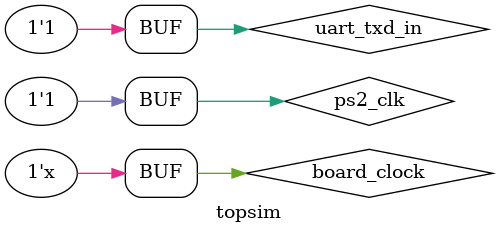
<source format=sv>
`timescale 1ns / 1ps

module topsim( );

wire uart_txd_in = 1'b1;
//wire uart_rxd_out;

logic board_clock = 0;
always #5 board_clock = ~board_clock;

// DDR3 simulation model
wire ddr3_reset_n;
wire [0:0]   ddr3_cke;
wire [0:0]   ddr3_ck_p; 
wire [0:0]   ddr3_ck_n;
wire ddr3_ras_n; 
wire ddr3_cas_n;
wire ddr3_we_n;
wire [2:0]   ddr3_ba;
wire [14:0]  ddr3_addr;
wire [0:0]   ddr3_odt;
wire [1:0]   ddr3_dm;
wire [1:0]   ddr3_dqs_p;
wire [1:0]   ddr3_dqs_n;
wire [15:0]  ddr3_dq;

ddr3_model ddr3simmod(
    .rst_n(ddr3_reset_n),
    .ck(ddr3_ck_p),
    .ck_n(ddr3_ck_n),
    .cke(ddr3_cke),
    .cs_n(1'b0),
    .ras_n(ddr3_ras_n),
    .cas_n(ddr3_cas_n),
    .we_n(ddr3_we_n),
    .dm_tdqs(ddr3_dm),
    .ba(ddr3_ba),
    .addr(ddr3_addr),
    .dq(ddr3_dq),
    .dqs(ddr3_dqs_p),
    .dqs_n(ddr3_dqs_n),
    .tdqs_n(), // out
    .odt(ddr3_odt) );

wire ps2_clk, ps2_data;
assign ps2_clk = 1'b1;

tophat tophatsiminst(
	.sys_clock(board_clock),
	.uart_rxd_out(/*uart_rxd_out*/),
	.uart_txd_in(uart_txd_in),
    .ps2_clk(ps2_clk),
    .ps2_data(ps2_data),
    .ddr3_reset_n(ddr3_reset_n),
    .ddr3_cke(ddr3_cke),
    .ddr3_ck_p(ddr3_ck_p),
    .ddr3_ck_n(ddr3_ck_n),
    .ddr3_ras_n(ddr3_ras_n), 
    .ddr3_cas_n(ddr3_cas_n), 
    .ddr3_we_n(ddr3_we_n),
    .ddr3_ba(ddr3_ba),
    .ddr3_addr(ddr3_addr),
    .ddr3_odt(ddr3_odt),
    .ddr3_dm(ddr3_dm),
    .ddr3_dqs_p(ddr3_dqs_p),
    .ddr3_dqs_n(ddr3_dqs_n),
    .ddr3_dq(ddr3_dq) );

endmodule

</source>
